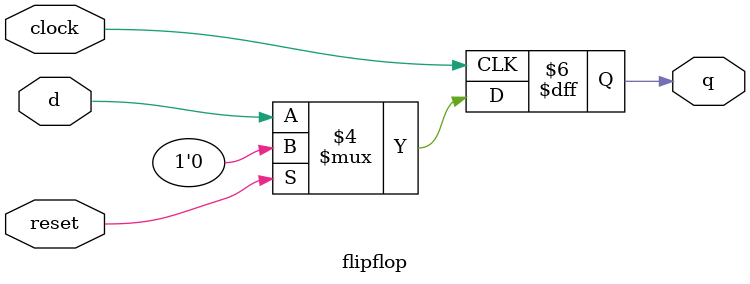
<source format=v>


module lab4part3(SW, KEY, LEDR);
	//SW[7:0] -> DATA_IN
	//SW[9] -> reset
	input [9:0] SW;
	
	//KEY[0] ->clock
	//KEY[1] ->ParallelLoadn
	//KEY[2] ->Rotate Right
	//KEY[3] ->ASRight
	input [3:0] KEY;
	
	output [7:0] LEDR;
	mux2to1 AS_Shift(.s(KEY[3]), .y(LEDR[7]), .x(LEDR[0]), .m(AS));

	//bit numbering from left to right
	rotate_register bit7(
		.data_left(AS),
	 	.data_right(LEDR[6]), 
		.load_left(KEY[2]),
		.data_D(SW[7]),
		.loadn(KEY[1]),
		.clock(KEY[0]),
		.reset(SW[9]),
		.outQ(LEDR[7])
	);

	rotate_register bit6(
		.data_left(LEDR[7]),
	 	.data_right(LEDR[5]), 
		.load_left(KEY[2]),
		.data_D(SW[6]),
		.loadn(KEY[1]),
		.clock(KEY[0]),
		.reset(SW[9]),
		.outQ(LEDR[6])
	);

	rotate_register bit5(
		.data_left(LEDR[6]),
	 	.data_right(LEDR[4]), 
		.load_left(KEY[2]),
		.data_D(SW[5]),
		.loadn(KEY[1]),
		.clock(KEY[0]),
		.reset(SW[9]),
		.outQ(LEDR[5])
	);

	rotate_register bit4(
		.data_left(LEDR[5]),
	 	.data_right(LEDR[3]), 
		.load_left(KEY[2]),
		.data_D(SW[4]),
		.loadn(KEY[1]),
		.clock(KEY[0]),
		.reset(SW[9]),
		.outQ(LEDR[4])
	);	

	rotate_register bit3(
		.data_left(LEDR[4]),
	 	.data_right(LEDR[2]), 
		.load_left(KEY[2]),
		.data_D(SW[3]),
		.loadn(KEY[1]),
		.clock(KEY[0]),
		.reset(SW[9]),
		.outQ(LEDR[3])
	);	
	rotate_register bit2(
		.data_left(LEDR[3]),
	 	.data_right(LEDR[1]), 
		.load_left(KEY[2]),
		.data_D(SW[2]),
		.loadn(KEY[1]),
		.clock(KEY[0]),
		.reset(SW[9]),
		.outQ(LEDR[2])
	);	
	rotate_register bit1(
		.data_left(LEDR[2]),
	 	.data_right(LEDR[0]), 
		.load_left(KEY[2]),
		.data_D(SW[1]),
		.loadn(KEY[1]),
		.clock(KEY[0]),
		.reset(SW[9]),
		.outQ(LEDR[1])
	);	
	rotate_register bit0(
		.data_left(LEDR[1]),
	 	.data_right(LEDR[7]), 
		.load_left(KEY[2]),
		.data_D(SW[0]),
		.loadn(KEY[1]),
		.clock(KEY[0]),
		.reset(SW[9]),
		.outQ(LEDR[0])
	);	

endmodule
//SW[7:0] -> DATA_IN

//SW9 synchronus active high reset
//KEY 1 parralelloadn
//key 2 rotate right
//key 3 asright
//key 0 clock
//led -> output Q
module rotate_register(data_left, data_right, load_left, data_D, loadn, clock, reset, outQ);
	input data_left, data_right, load_left, data_D, loadn, clock, reset; 
	output outQ;
	wire rotatedata, datato_dff, AS;
	mux2to1 M0(
		.x(data_right),
		.y(data_left),
		.s(load_left),
		.m(rotatedata)
	);
	mux2to1 M1(
		.x(data_D),
		.y(rotatedata),
		.s(loadn),
		.m(datato_dff)
	);

	flipflop F0(
		.d(datato_dff),
		.q(outQ),
		.clock(clock),
		.reset(reset)
	);
endmodule

module mux2to1(x, y, s, m);
    input x; 
    input y; 
    input s; 
    output m; 
    assign m = s?x:y;
endmodule

module flipflop(d, q, clock, reset);
	input d;
	input clock;
	input reset;
	output reg q;

	always@(posedge clock)
	begin
	if(reset == 1)
		q<=0;
	else
		q<=d;
	end
endmodule












/*module lab4part3(SW, KEY, LEDR);
	input [9:0] SW;
	//SW[7:0] -> DATA_IN
	//SW[9] -> A synchronous active high reset (reset_n)
	
	input [3:0] KEY;
	//KEY[0] ->clock
	//KEY[1] ->ParallelLoadn
	//KEY[2] ->Rotate Right
	//KEY[3] ->ASRight
	
	output [7:0] LEDR;

	rotatingRegister r1(
		.clock(KEY[0]),
		.reset(SW[9]),
		.parallelLoadIn(KEY[1]),
		.rotateRight(KEY[2]),
		.ASright(KEY[3]),
		.dataIn(SW[7:0]),
		.Q(LEDR[7:0])
	);
	
endmodule

module rotatingRegister(input reset, clock, parallelLoadIn, rotateRight, ASright, input [7:0] dataIn, output [7:0] Q);
	
	wire [7:0] q;
	
	wire AS;
	
	
	mux2to1 AS_Shift(.s(ASright), .a(q[7]), .b(q[0]), .out(AS));

	
	singleBitRotatingRegister bit7(.clk(clock), .reset(reset), .loadIn(parallelLoadIn), .rotateRight(rotateRight), 
								   .dataIn(dataIn[7]), .Qleft(AS), .Qright(q[6]), .Q(q[7]));

	singleBitRotatingRegister bit6(.clk(clock), .reset(reset), .loadIn(parallelLoadIn), .rotateRight(rotateRight), 
								   .dataIn(dataIn[6]), .Qleft(q[7]), .Qright(q[5]), .Q(q[6]));

	singleBitRotatingRegister bit5(.clk(clock), .reset(reset), .loadIn(parallelLoadIn), .rotateRight(rotateRight), 
								   .dataIn(dataIn[5]), .Qleft(q[6]), .Qright(q[4]), .Q(q[5]));

	singleBitRotatingRegister bit4(.clk(clock), .reset(reset), .loadIn(parallelLoadIn), .rotateRight(rotateRight), 
								   .dataIn(dataIn[4]), .Qleft(q[5]), .Qright(q[3]), .Q(q[4]));

	singleBitRotatingRegister bit3(.clk(clock), .reset(reset), .loadIn(parallelLoadIn), .rotateRight(rotateRight), 
								   .dataIn(dataIn[3]), .Qleft(q[4]), .Qright(q[2]), .Q(q[3]));

	singleBitRotatingRegister bit2(.clk(clock), .reset(reset), .loadIn(parallelLoadIn), .rotateRight(rotateRight), 
								   .dataIn(dataIn[2]), .Qleft(q[3]), .Qright(q[1]), .Q(q[2]));

	singleBitRotatingRegister bit1(.clk(clock), .reset(reset), .loadIn(parallelLoadIn), .rotateRight(rotateRight), 
								   .dataIn(dataIn[1]), .Qleft(q[2]), .Qright(q[0]), .Q(q[1]));

	singleBitRotatingRegister bit0(.clk(clock), .reset(reset), .loadIn(parallelLoadIn), .rotateRight(rotateRight), 
								   .dataIn(dataIn[0]), .Qleft(q[1]), .Qright(q[7]), .Q(q[0]));

	assign Q = q;

endmodule

module singleBitRotatingRegister(input clk, reset, loadIn, rotateRight, dataIn, Qleft, Qright, output Q);
	
	wire w1, Win;

	
	mux2to1 rotate  (.s(rotateRight), .a(Qleft), .b(Qright), .out(w1));
	
	
	mux2to1 load    (.s(loadIn), .a(w1), .b(dataIn), .out(Win));

	
	D_ff flipflop(.D(Win), .reset(reset), .clk(clk), .Q(Q));
endmodule


module D_ff (input D, reset, clk, output reg Q);	
	always @(posedge clk)
	begin 
		if (reset == 1'b1)
			Q <= 0;
		else
			Q <= D;
	end	
endmodule

module mux2to1(input s, a, b, output out);
	assign out = s?b:a;
endmodule


*/
</source>
